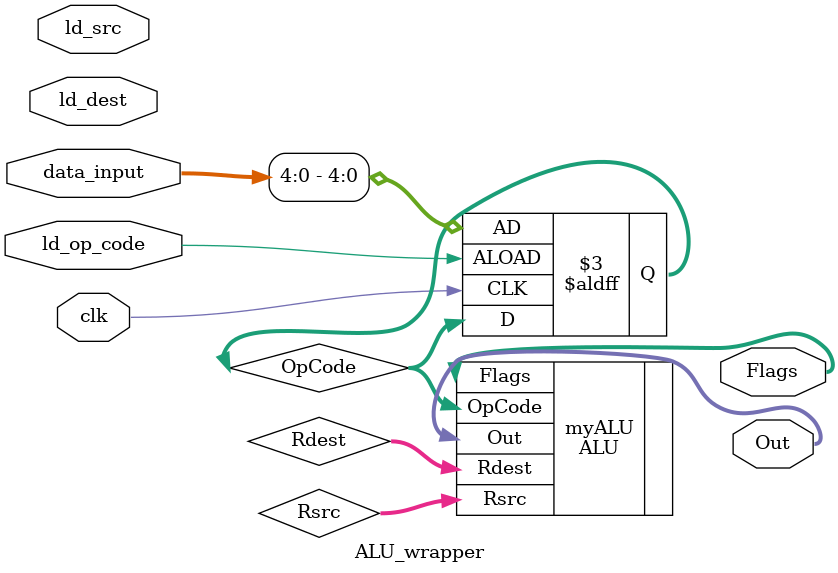
<source format=v>
module ALU_wrapper (clk, data_input, ld_op_code, ld_src, ld_dest, Flags, Out);

	input clk; 
	input [9:0] data_input;
	input ld_op_code;
	input ld_src; 
	input ld_dest; 
	
	reg [15:0] Rsrc, Rdest;
	reg [4:0] OpCode;
	output [4:0] Flags;
	output [15:0] Out;
	
	ALU myALU(
		.Rsrc(Rsrc), 
		.Rdest(Rdest), 
		.OpCode(OpCode), 
		.Flags(Flags), 
		.Out(Out)
	); 

	//Register for opcode
	always@(posedge(clk), negedge(ld_op_code)) begin
			
			if(ld_op_code == 0) begin 
				OpCode = data_input[4:0]; 
			end 
	
	end

	/*
	//Register for Rsrc
	always@(posedge(clk), negedge(ld_src)) begin
			
			if(ld_op_code == 0)
				Rsrc = {data_input[9:0],6'b000000}; 
	
	end
	
	
	//Register for Rdest
	always@(posedge(clk), negedge(ld_dest)) begin
			
			if(ld_op_code == 0)
				Rdest = {data_input[9:0],6'b000000}; 
	
	end
	*/
	

endmodule 
</source>
